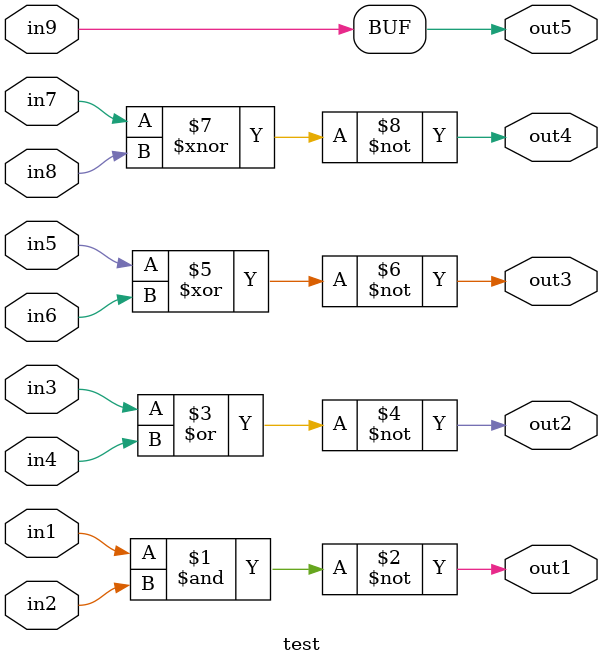
<source format=v>
module test(input in1, in2, in3, in4, in5, in6, in7, in8, in9, 
    output out1, out2, out3, out4, out5);
assign out1 = ~(in1&in2);
assign out2 = ~(in3 | in4);
assign out3 = ~(in5^in6);
assign out4 = ~(in7~^in8);
assign out5 = ~(!in9);

endmodule

</source>
